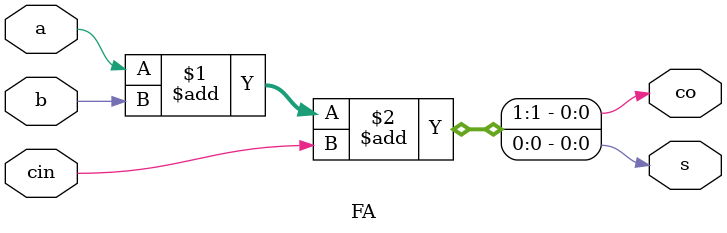
<source format=v>
module FA (a,b, cin,s,co);
input a,b;
input cin;
output s;
output co;

assign {co, s} = a + b + cin;

endmodule

</source>
